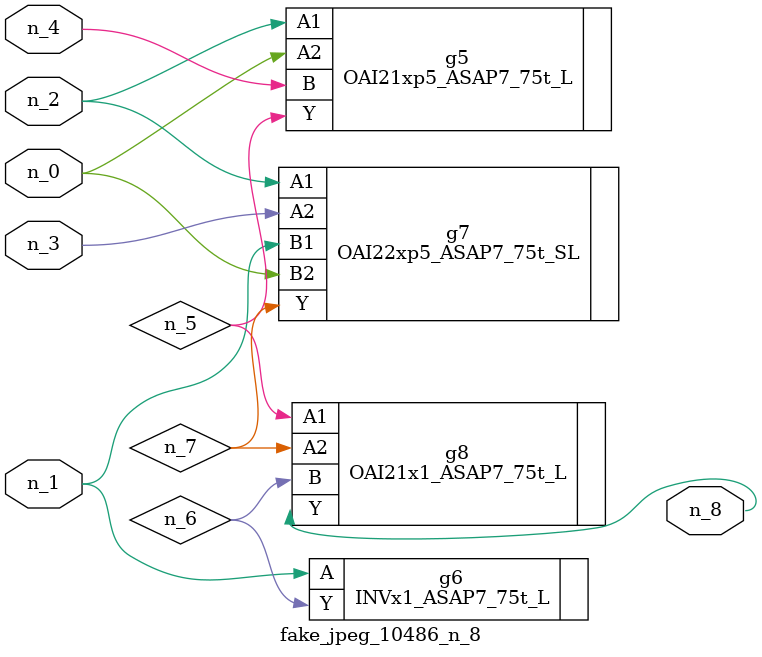
<source format=v>
module fake_jpeg_10486_n_8 (n_3, n_2, n_1, n_0, n_4, n_8);

input n_3;
input n_2;
input n_1;
input n_0;
input n_4;

output n_8;

wire n_6;
wire n_5;
wire n_7;

OAI21xp5_ASAP7_75t_L g5 ( 
.A1(n_2),
.A2(n_0),
.B(n_4),
.Y(n_5)
);

INVx1_ASAP7_75t_L g6 ( 
.A(n_1),
.Y(n_6)
);

OAI22xp5_ASAP7_75t_SL g7 ( 
.A1(n_2),
.A2(n_3),
.B1(n_1),
.B2(n_0),
.Y(n_7)
);

OAI21x1_ASAP7_75t_L g8 ( 
.A1(n_5),
.A2(n_7),
.B(n_6),
.Y(n_8)
);


endmodule
</source>
